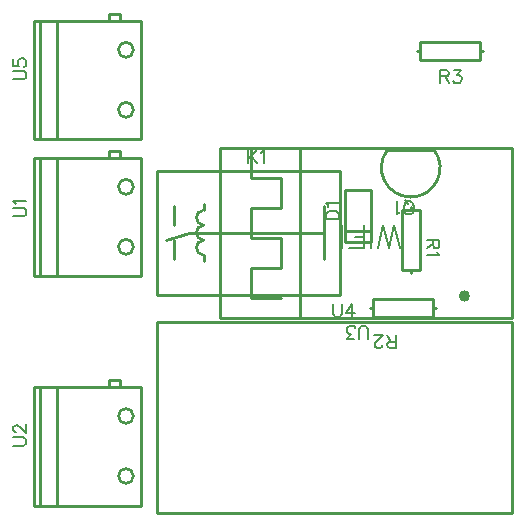
<source format=gto>
G04 Layer: TopSilkscreenLayer*
G04 EasyEDA v6.5.34, 2023-10-19 08:42:31*
G04 e3f5e68dd2074443958a13ea81cc3fb2,08f173712dbc44b08fd2a75eaeabdc68,10*
G04 Gerber Generator version 0.2*
G04 Scale: 100 percent, Rotated: No, Reflected: No *
G04 Dimensions in millimeters *
G04 leading zeros omitted , absolute positions ,4 integer and 5 decimal *
%FSLAX45Y45*%
%MOMM*%

%ADD10C,0.1524*%
%ADD11C,0.2032*%
%ADD12C,0.2540*%
%ADD13C,0.5000*%

%LPD*%
D10*
X3479993Y3795308D02*
G01*
X3479993Y3686342D01*
X3479993Y3795308D02*
G01*
X3526729Y3795308D01*
X3542223Y3790228D01*
X3547557Y3784894D01*
X3552637Y3774480D01*
X3552637Y3764066D01*
X3547557Y3753652D01*
X3542223Y3748572D01*
X3526729Y3743492D01*
X3479993Y3743492D01*
X3516315Y3743492D02*
G01*
X3552637Y3686342D01*
X3597341Y3795308D02*
G01*
X3654491Y3795308D01*
X3623503Y3753652D01*
X3638997Y3753652D01*
X3649411Y3748572D01*
X3654491Y3743492D01*
X3659825Y3727744D01*
X3659825Y3717330D01*
X3654491Y3701836D01*
X3644077Y3691422D01*
X3628583Y3686342D01*
X3613089Y3686342D01*
X3597341Y3691422D01*
X3592261Y3696502D01*
X3586927Y3706916D01*
X-134124Y3717980D02*
G01*
X-56146Y3717980D01*
X-40652Y3723060D01*
X-30238Y3733474D01*
X-25158Y3749222D01*
X-25158Y3759636D01*
X-30238Y3775130D01*
X-40652Y3785544D01*
X-56146Y3790624D01*
X-134124Y3790624D01*
X-134124Y3887398D02*
G01*
X-134124Y3835328D01*
X-87388Y3830248D01*
X-92468Y3835328D01*
X-97802Y3851076D01*
X-97802Y3866570D01*
X-92468Y3882064D01*
X-82308Y3892478D01*
X-66560Y3897812D01*
X-56146Y3897812D01*
X-40652Y3892478D01*
X-30238Y3882064D01*
X-25158Y3866570D01*
X-25158Y3851076D01*
X-30238Y3835328D01*
X-35318Y3830248D01*
X-45732Y3824914D01*
X2512278Y2534594D02*
G01*
X2621244Y2534594D01*
X2512278Y2534594D02*
G01*
X2512278Y2570916D01*
X2517358Y2586664D01*
X2527772Y2596824D01*
X2538186Y2602158D01*
X2553934Y2607238D01*
X2579842Y2607238D01*
X2595336Y2602158D01*
X2605750Y2596824D01*
X2616164Y2586664D01*
X2621244Y2570916D01*
X2621244Y2534594D01*
X2533106Y2641528D02*
G01*
X2527772Y2651942D01*
X2512278Y2667690D01*
X2621244Y2667690D01*
X1855043Y3119511D02*
G01*
X1855043Y3010545D01*
X1927687Y3119511D02*
G01*
X1855043Y3046867D01*
X1880951Y3072775D02*
G01*
X1927687Y3010545D01*
X1961977Y3098683D02*
G01*
X1972391Y3104017D01*
X1988139Y3119511D01*
X1988139Y3010545D01*
X3224151Y2575278D02*
G01*
X3234565Y2580358D01*
X3244979Y2590772D01*
X3250313Y2601186D01*
X3255393Y2616934D01*
X3255393Y2642842D01*
X3250313Y2658336D01*
X3244979Y2668750D01*
X3234565Y2679164D01*
X3224151Y2684244D01*
X3203323Y2684244D01*
X3193163Y2679164D01*
X3182749Y2668750D01*
X3177415Y2658336D01*
X3172335Y2642842D01*
X3172335Y2616934D01*
X3177415Y2601186D01*
X3182749Y2590772D01*
X3193163Y2580358D01*
X3203323Y2575278D01*
X3224151Y2575278D01*
X3208657Y2663670D02*
G01*
X3177415Y2694658D01*
X3138045Y2596106D02*
G01*
X3127631Y2590772D01*
X3111883Y2575278D01*
X3111883Y2684244D01*
X3472309Y2359995D02*
G01*
X3363343Y2359995D01*
X3472309Y2359995D02*
G01*
X3472309Y2313259D01*
X3467229Y2297765D01*
X3461895Y2292431D01*
X3451481Y2287351D01*
X3441067Y2287351D01*
X3430653Y2292431D01*
X3425573Y2297765D01*
X3420493Y2313259D01*
X3420493Y2359995D01*
X3420493Y2323673D02*
G01*
X3363343Y2287351D01*
X3451481Y2253061D02*
G01*
X3456815Y2242647D01*
X3472309Y2226899D01*
X3363343Y2226899D01*
X3100786Y1444868D02*
G01*
X3100786Y1553834D01*
X3100786Y1444868D02*
G01*
X3054050Y1444868D01*
X3038556Y1449948D01*
X3033222Y1455282D01*
X3028142Y1465696D01*
X3028142Y1476110D01*
X3033222Y1486524D01*
X3038556Y1491604D01*
X3054050Y1496684D01*
X3100786Y1496684D01*
X3064464Y1496684D02*
G01*
X3028142Y1553834D01*
X2988518Y1470776D02*
G01*
X2988518Y1465696D01*
X2983438Y1455282D01*
X2978104Y1449948D01*
X2967690Y1444868D01*
X2947116Y1444868D01*
X2936702Y1449948D01*
X2931368Y1455282D01*
X2926288Y1465696D01*
X2926288Y1476110D01*
X2931368Y1486524D01*
X2941782Y1502018D01*
X2993852Y1553834D01*
X2920954Y1553834D01*
X-134124Y2557983D02*
G01*
X-56146Y2557983D01*
X-40652Y2563063D01*
X-30238Y2573477D01*
X-25158Y2589225D01*
X-25158Y2599639D01*
X-30238Y2615133D01*
X-40652Y2625547D01*
X-56146Y2630627D01*
X-134124Y2630627D01*
X-113296Y2664917D02*
G01*
X-118630Y2675331D01*
X-134124Y2691079D01*
X-25158Y2691079D01*
X-134124Y617987D02*
G01*
X-56146Y617987D01*
X-40652Y623067D01*
X-30238Y633481D01*
X-25158Y649229D01*
X-25158Y659643D01*
X-30238Y675137D01*
X-40652Y685551D01*
X-56146Y690631D01*
X-134124Y690631D01*
X-108216Y730255D02*
G01*
X-113296Y730255D01*
X-123710Y735335D01*
X-129044Y740669D01*
X-134124Y751083D01*
X-134124Y771657D01*
X-129044Y782071D01*
X-123710Y787405D01*
X-113296Y792485D01*
X-102882Y792485D01*
X-92468Y787405D01*
X-76974Y776991D01*
X-25158Y724921D01*
X-25158Y797819D01*
X2868292Y1523674D02*
G01*
X2868292Y1601652D01*
X2863212Y1617146D01*
X2852798Y1627560D01*
X2837050Y1632640D01*
X2826636Y1632640D01*
X2811142Y1627560D01*
X2800728Y1617146D01*
X2795648Y1601652D01*
X2795648Y1523674D01*
X2750944Y1523674D02*
G01*
X2693794Y1523674D01*
X2724782Y1565330D01*
X2709288Y1565330D01*
X2698874Y1570410D01*
X2693794Y1575490D01*
X2688460Y1591238D01*
X2688460Y1601652D01*
X2693794Y1617146D01*
X2704208Y1627560D01*
X2719702Y1632640D01*
X2735196Y1632640D01*
X2750944Y1627560D01*
X2756024Y1622480D01*
X2761358Y1612066D01*
D11*
X3136927Y2288397D02*
G01*
X3090699Y2482453D01*
X3044471Y2288397D02*
G01*
X3090699Y2482453D01*
X3044471Y2288397D02*
G01*
X2998243Y2482453D01*
X2952269Y2288397D02*
G01*
X2998243Y2482453D01*
X2891309Y2288397D02*
G01*
X2891309Y2482453D01*
X2830349Y2288397D02*
G01*
X2830349Y2482453D01*
X2830349Y2288397D02*
G01*
X2710207Y2288397D01*
X2830349Y2380853D02*
G01*
X2756435Y2380853D01*
X2649247Y2288397D02*
G01*
X2649247Y2482453D01*
D10*
X2573492Y1813514D02*
G01*
X2573492Y1735536D01*
X2578572Y1720042D01*
X2588986Y1709628D01*
X2604734Y1704548D01*
X2615148Y1704548D01*
X2630642Y1709628D01*
X2641056Y1720042D01*
X2646136Y1735536D01*
X2646136Y1813514D01*
X2732496Y1813514D02*
G01*
X2680426Y1740870D01*
X2758404Y1740870D01*
X2732496Y1813514D02*
G01*
X2732496Y1704548D01*
D12*
X3813992Y3959992D02*
G01*
X3839392Y3959992D01*
X3305992Y3959992D02*
G01*
X3280592Y3959992D01*
X3813992Y3959992D02*
G01*
X3813992Y3883792D01*
X3813992Y4036192D02*
G01*
X3813992Y3959992D01*
X3305992Y4036192D02*
G01*
X3813992Y4036192D01*
X3305992Y3959992D02*
G01*
X3305992Y4036192D01*
X3305992Y3883792D02*
G01*
X3305992Y3959992D01*
X3813992Y3883792D02*
G01*
X3305992Y3883792D01*
X772370Y4209981D02*
G01*
X772370Y4272780D01*
X678591Y4272780D01*
X678591Y4209981D01*
X89108Y4209981D02*
G01*
X89108Y3209980D01*
X238122Y4209981D02*
G01*
X238122Y3209980D01*
X949993Y4209981D02*
G01*
X39994Y4209981D01*
X39994Y4209981D02*
G01*
X39994Y3209980D01*
X949993Y4209981D02*
G01*
X949993Y3209980D01*
X949993Y3209980D02*
G01*
X39994Y3209980D01*
X2669994Y2339995D02*
G01*
X2669994Y2779994D01*
X2889994Y2339995D02*
G01*
X2889994Y2779994D01*
X2669994Y2339995D02*
G01*
X2889994Y2339995D01*
X2669994Y2779994D02*
G01*
X2889994Y2779994D01*
X2669994Y2433934D02*
G01*
X2889994Y2433934D01*
X1084996Y1894997D02*
G01*
X2634998Y1894997D01*
X1084994Y2944992D02*
G01*
X2634995Y2944992D01*
X1084991Y1894956D02*
G01*
X1084991Y2944992D01*
X2634995Y1894997D02*
G01*
X2634995Y2945033D01*
X1351996Y2419995D02*
G01*
X2495997Y2419995D01*
X2495997Y2642595D02*
G01*
X2495997Y2197394D01*
X1223995Y2356396D02*
G01*
X1223995Y2197394D01*
X1351996Y2419995D02*
G01*
X1161496Y2356495D01*
X1224107Y2642499D02*
G01*
X1223995Y2483594D01*
X1478996Y2178695D02*
G01*
X1479123Y2229495D01*
X1478996Y2610495D02*
G01*
X1478996Y2661295D01*
X3032003Y3119981D02*
G01*
X3427984Y3119981D01*
X3229993Y2613995D02*
G01*
X3229993Y2639395D01*
X3229993Y2105995D02*
G01*
X3229993Y2080595D01*
X3229993Y2613995D02*
G01*
X3306193Y2613995D01*
X3153793Y2613995D02*
G01*
X3229993Y2613995D01*
X3153793Y2105995D02*
G01*
X3153793Y2613995D01*
X3229993Y2105995D02*
G01*
X3153793Y2105995D01*
X3306193Y2105995D02*
G01*
X3229993Y2105995D01*
X3306193Y2613995D02*
G01*
X3306193Y2105995D01*
X2905993Y1779996D02*
G01*
X2880593Y1779996D01*
X3413993Y1779996D02*
G01*
X3439393Y1779996D01*
X2905993Y1779996D02*
G01*
X2905993Y1856196D01*
X2905993Y1703796D02*
G01*
X2905993Y1779996D01*
X3413993Y1703796D02*
G01*
X2905993Y1703796D01*
X3413993Y1779996D02*
G01*
X3413993Y1703796D01*
X3413993Y1856196D02*
G01*
X3413993Y1779996D01*
X2905993Y1856196D02*
G01*
X3413993Y1856196D01*
X772370Y3049983D02*
G01*
X772370Y3112782D01*
X678591Y3112782D01*
X678591Y3049983D01*
X89108Y3049983D02*
G01*
X89108Y2049983D01*
X238122Y3049983D02*
G01*
X238122Y2049983D01*
X949993Y3049983D02*
G01*
X39994Y3049983D01*
X39994Y3049983D02*
G01*
X39994Y2049983D01*
X949993Y3049983D02*
G01*
X949993Y2049983D01*
X949993Y2049983D02*
G01*
X39994Y2049983D01*
X772370Y1109987D02*
G01*
X772370Y1172786D01*
X678591Y1172786D01*
X678591Y1109987D01*
X89108Y1109987D02*
G01*
X89108Y109987D01*
X238122Y1109987D02*
G01*
X238122Y109987D01*
X949993Y1109987D02*
G01*
X39994Y1109987D01*
X39994Y1109987D02*
G01*
X39994Y109987D01*
X949993Y1109987D02*
G01*
X949993Y109987D01*
X949993Y109987D02*
G01*
X39994Y109987D01*
X2295588Y1706092D02*
G01*
X2295593Y3128492D01*
X2133592Y1871195D02*
G01*
X1879592Y1871195D01*
X1879592Y2125195D01*
X2133592Y2125195D01*
X2133592Y2379195D01*
X1879592Y2379195D01*
X1879592Y2633195D01*
X2133592Y2633195D01*
X2133592Y2887195D01*
X1879592Y2887195D01*
X1879592Y3141195D01*
X4086984Y1698985D02*
G01*
X1616986Y1698985D01*
X1616986Y3138987D01*
X4086984Y3138987D01*
X4086984Y1698985D01*
X4085097Y47198D02*
G01*
X4085097Y1660098D01*
X1079997Y1660098D02*
G01*
X1079997Y47198D01*
X4085097Y47198D01*
X4079999Y1660098D02*
G01*
X1079997Y1660098D01*
G75*
G01*
X1478996Y2483495D02*
G03*
X1478996Y2356495I0J-63500D01*
G75*
G01*
X1478996Y2356495D02*
G03*
X1478996Y2229495I0J-63500D01*
G75*
G01*
X1478996Y2610495D02*
G03*
X1478996Y2483495I0J-63500D01*
G75*
G01*
X3031874Y3120108D02*
G03*
X3428114Y3120108I198120J-149840D01*
G75*
G01
X881812Y3967988D02*
G03X881812Y3967988I-63500J0D01*
G75*
G01
X881812Y3459988D02*
G03X881812Y3459988I-63500J0D01*
G75*
G01
X881812Y2807995D02*
G03X881812Y2807995I-63500J0D01*
G75*
G01
X881812Y2299995D02*
G03X881812Y2299995I-63500J0D01*
G75*
G01
X881812Y867994D02*
G03X881812Y867994I-63500J0D01*
G75*
G01
X881812Y359994D02*
G03X881812Y359994I-63500J0D01*
D13*
G75*
G01
X3706241Y1883893D02*
G03X3706241Y1883893I-23241J0D01*
M02*

</source>
